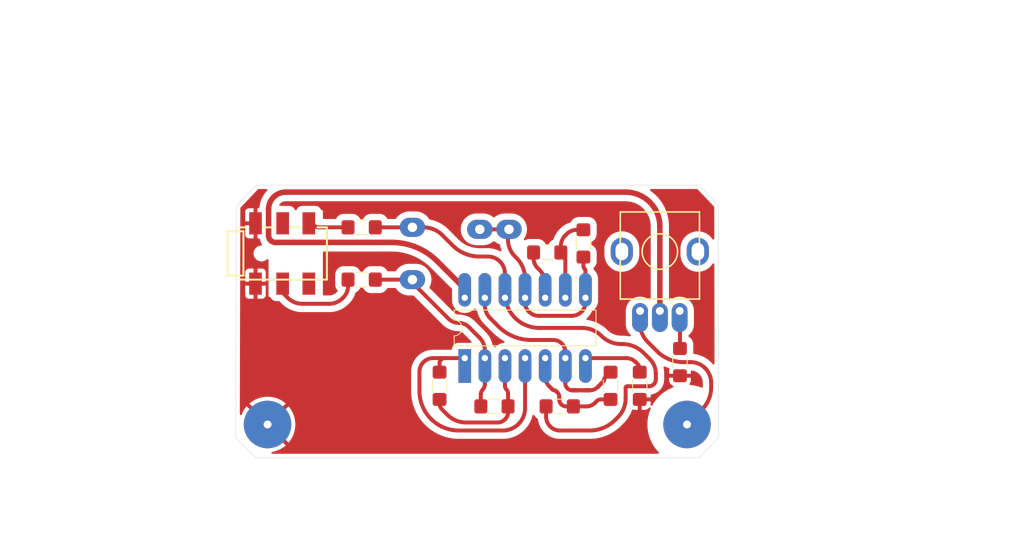
<source format=kicad_pcb>
(kicad_pcb (version 20240108) (generator "pcbnew") (generator_version "8.0")
  (layers (0 "F.Cu" signal) (31 "B.Cu" signal) (34 "B.Paste" user) (35 "F.Paste" user) (36 "B.SilkS" user "B.Silkscreen") (37 "F.SilkS" user "F.Silkscreen") (38 "B.Mask" user) (39 "F.Mask" user) (44 "Edge.Cuts" user))
  (net 0 "")
  (net 1 "Net-(C1-Pad2)")
  (net 2 "Net-(Pad1-Pin_1)")
  (net 3 "Net-(C2-Pad2)")
  (net 4 "Net-(C2-Pad1)")
  (net 5 "Net-(C3-Pad2)")
  (net 6 "Net-(Pad3-Pin_1)")
  (net 7 "Net-(C6-Pad2)")
  (net 8 "Net-(C7-Pad2)")
  (net 9 "GND")
  (net 10 "VCC")
  (net 11 "Net-(Pad2-Pin_1)")
  (net 12 "Net-(RV1-Pad2)")
  (net 13 "Net-(RV2-Pad2)")
  (net 14 "Net-(U1G-GND)")
  (net 15 "Net-(R3-Pad1)")
  (net 16 "Net-(U1G-VCC)")
  (footprint "007_dusjagr:AUDIO-JACK-3.5mm_SMD_Hole" (layer "F.Cu") (at 79.502 70.866)
    (property "Reference" "J1")
    (property "Value" "OutputJack1")
    (pad "" np_thru_hole circle (at 3.302 0) (size 1.5 1.5) (drill 1.5) (layers "F&B.Cu" "*.Mask"))
    (pad "" np_thru_hole circle (at 9.271 0) (size 1.5 1.5) (drill 1.5) (layers "F&B.Cu" "*.Mask"))
    (pad "1" smd rect (at 2.54 -3.81) (size 1.6 2.8) (layers "F.Cu" "F.Paste" "F.Mask") (net 9 "GND"))
    (pad "1" smd rect (at 2.54 3.81) (size 1.6 2.8) (layers "F.Cu" "F.Paste" "F.Mask") (net 9 "GND"))
    (pad "2" smd rect (at 9.271 -3.81) (size 1.6 2.8) (layers "F.Cu" "F.Paste" "F.Mask") (net 7 "Net-(C6-Pad2)"))
    (pad "2" smd rect (at 9.271 3.81) (size 1.6 2.8) (layers "F.Cu" "F.Paste" "F.Mask") (net 7 "Net-(C6-Pad2)"))
    (pad "3" smd rect (at 5.969 -3.81) (size 1.6 2.8) (layers "F.Cu" "F.Paste" "F.Mask") (net 8 "Net-(C7-Pad2)"))
    (pad "3" smd rect (at 5.969 3.81) (size 1.6 2.8) (layers "F.Cu" "F.Paste" "F.Mask") (net 8 "Net-(C7-Pad2)"))
    (zone (net 0) (net_name "") (layers "F.Cu" "F.SilkS") (name "noGND") (connect_pads (clearance 0)) (min_thickness 0.25)
      (keepout (tracks allowed) (vias allowed) (pads allowed) (copperpour not_allowed) (footprints allowed))
      (fill (thermal_gap 0.5) (thermal_bridge_width 0.5))
      (polygon (pts (xy 83.693 65.405) (xy 90.551 65.405) (xy 90.551 76.327) (xy 83.693 76.327)))
    )
  )
  (footprint "002_SolarPunkSynth_footprints:Piezo_glue" (layer "F.Cu") (at 85.09 82.042)
    (property "Reference" "P2" (hide yes))
    (property "Value" "PiezoDisc")
  )
  (footprint "002_SolarPunkSynth_footprints:SolderPad_small" (layer "F.Cu") (at 114.046 67.818)
    (property "Reference" "Pad2" (hide yes))
    (property "Value" "SP - b")
    (pad "1" thru_hole oval (at 0 0) (size 3.2 2.4) (drill 1.2) (layers "*.Cu" "*.Mask") (net 11 "Net-(Pad2-Pin_1)"))
  )
  (footprint "002_SolarPunkSynth_footprints:SolarPad_VCC" (layer "F.Cu") (at 83.566 92.456)
    (property "Reference" "J3" (hide yes))
    (property "Value" "Conn_01x01_Pin")
    (pad "1" thru_hole circle (at 0 0) (size 6 6) (drill 1) (layers "*.Cu" "*.Mask") (net 9 "GND"))
  )
  (footprint "002_SolarPunkSynth_footprints:SolderPad_small" (layer "F.Cu") (at 101.854 74.168)
    (property "Reference" "Pad1" (hide yes))
    (property "Value" "SP +")
    (pad "1" thru_hole oval (at 0 0) (size 3.2 2.4) (drill 1.2) (layers "*.Cu" "*.Mask") (net 2 "Net-(Pad1-Pin_1)"))
  )
  (footprint "002_SolarPunkSynth_footprints:RD901F-ALPHA-3D_longpads" (layer "F.Cu") (at 133.096 70.622)
    (property "Reference" "RV3" (hide yes))
    (property "Value" "100k")
    (pad "" thru_hole oval (at -4.8 0) (size 2.8 3.5) (drill oval 1.6 2.2) (layers "*.Cu" "*.Mask"))
    (pad "" thru_hole oval (at 4.8 0) (size 2.8 3.5) (drill oval 1.6 2.2) (layers "*.Cu" "*.Mask"))
    (pad "1" thru_hole oval (at 2.5 7.5) (size 2 3.66) (drill 1 (offset 0 0.83)) (layers "*.Cu" "*.Mask") (net 15 "Net-(R3-Pad1)"))
    (pad "2" thru_hole oval (at 0 7.5) (size 2 3.66) (drill 1 (offset 0 0.83)) (layers "*.Cu" "*.Mask") (net 16 "Net-(U1G-VCC)"))
    (pad "3" thru_hole oval (at -2.5 7.5) (size 2 3.66) (drill 1 (offset 0 0.83)) (layers "*.Cu" "*.Mask") (net 10 "VCC"))
  )
  (footprint "002_SolarPunkSynth_footprints:R_1206_noGND" (layer "F.Cu") (at 123.444 69.596 90)
    (property "Reference" "R1" (hide yes))
    (property "Value" "10k")
    (pad "1" smd roundrect (at -1.72 0 90) (size 1.64 1.75) (layers "F.Cu" "F.Paste" "F.Mask") (roundrect_rratio 0.192308) (net 11 "Net-(Pad2-Pin_1)"))
    (pad "2" smd roundrect (at 1.72 0 90) (size 1.64 1.75) (layers "F.Cu" "F.Paste" "F.Mask") (roundrect_rratio 0.192308) (net 3 "Net-(C2-Pad2)"))
    (zone (net 0) (net_name "") (layer "F.Cu") (name "noGND") (connect_pads (clearance 0)) (min_thickness 0.25)
      (keepout (tracks allowed) (vias allowed) (pads allowed) (copperpour not_allowed) (footprints allowed))
      (fill (thermal_gap 0.5) (thermal_bridge_width 0.5))
      (polygon (pts (xy 122.428 70.612) (xy 122.428 68.58) (xy 124.46 68.58) (xy 124.46 70.612)))
    )
  )
  (footprint "002_SolarPunkSynth_footprints:R_1206_noGND" (layer "F.Cu") (at 130.556 87.572 -90)
    (property "Reference" "R2" (hide yes))
    (property "Value" "10k")
    (pad "1" smd roundrect (at -1.72 0 270) (size 1.64 1.75) (layers "F.Cu" "F.Paste" "F.Mask") (roundrect_rratio 0.192308) (net 14 "Net-(U1G-GND)"))
    (pad "2" smd roundrect (at 1.72 0 270) (size 1.64 1.75) (layers "F.Cu" "F.Paste" "F.Mask") (roundrect_rratio 0.192308) (net 9 "GND"))
    (zone (net 0) (net_name "") (layer "F.Cu") (name "noGND") (connect_pads (clearance 0)) (min_thickness 0.25)
      (keepout (tracks allowed) (vias allowed) (pads allowed) (copperpour not_allowed) (footprints allowed))
      (fill (thermal_gap 0.5) (thermal_bridge_width 0.5))
      (polygon (pts (xy 131.572 86.556) (xy 131.572 88.588) (xy 129.54 88.588) (xy 129.54 86.556)))
    )
  )
  (footprint "002_SolarPunkSynth_footprints:R_1206_noGND" (layer "F.Cu") (at 135.636 84.582 -90)
    (property "Reference" "R3" (hide yes))
    (property "Value" "22k")
    (pad "1" smd roundrect (at -1.72 0 270) (size 1.64 1.75) (layers "F.Cu" "F.Paste" "F.Mask") (roundrect_rratio 0.192308) (net 15 "Net-(R3-Pad1)"))
    (pad "2" smd roundrect (at 1.72 0 270) (size 1.64 1.75) (layers "F.Cu" "F.Paste" "F.Mask") (roundrect_rratio 0.192308) (net 9 "GND"))
    (zone (net 0) (net_name "") (layer "F.Cu") (name "noGND") (connect_pads (clearance 0)) (min_thickness 0.25)
      (keepout (tracks allowed) (vias allowed) (pads allowed) (copperpour not_allowed) (footprints allowed))
      (fill (thermal_gap 0.5) (thermal_bridge_width 0.5))
      (polygon (pts (xy 136.652 83.566) (xy 136.652 85.598) (xy 134.62 85.598) (xy 134.62 83.566)))
    )
  )
  (footprint "002_SolarPunkSynth_footprints:C_1210_noGND" (layer "F.Cu") (at 95.446 74.168 180)
    (property "Reference" "C7" (hide yes))
    (property "Value" "100nF")
    (pad "1" smd roundrect (at -1.72 0 180) (size 1.64 1.8) (layers "F.Cu" "F.Paste" "F.Mask") (roundrect_rratio 0.188679) (net 2 "Net-(Pad1-Pin_1)"))
    (pad "2" smd roundrect (at 1.72 0 180) (size 1.64 1.8) (layers "F.Cu" "F.Paste" "F.Mask") (roundrect_rratio 0.188679) (net 8 "Net-(C7-Pad2)"))
    (zone (net 0) (net_name "") (layer "F.Cu") (connect_pads (clearance 0)) (min_thickness 0.25)
      (keepout (tracks allowed) (vias allowed) (pads allowed) (copperpour not_allowed) (footprints allowed))
      (fill (thermal_gap 0.5) (thermal_bridge_width 0.5))
      (polygon (pts (xy 96.462 75.184) (xy 94.43 75.184) (xy 94.43 73.152) (xy 96.462 73.152)))
    )
  )
  (footprint "002_SolarPunkSynth_footprints:SolarPad_VCC" (layer "F.Cu") (at 136.525 92.456)
    (property "Reference" "J2" (hide yes))
    (property "Value" "Conn_01x01_Pin")
    (pad "1" thru_hole circle (at 0 0) (size 6 6) (drill 1) (layers "*.Cu" "*.Mask") (net 10 "VCC"))
  )
  (footprint "002_SolarPunkSynth_footprints:C_1210_noGND" (layer "F.Cu") (at 120.454 90.17)
    (property "Reference" "C3" (hide yes))
    (property "Value" "1-10uF")
    (pad "1" smd roundrect (at -1.72 0) (size 1.64 1.8) (layers "F.Cu" "F.Paste" "F.Mask") (roundrect_rratio 0.188679) (net 6 "Net-(Pad3-Pin_1)"))
    (pad "2" smd roundrect (at 1.72 0) (size 1.64 1.8) (layers "F.Cu" "F.Paste" "F.Mask") (roundrect_rratio 0.188679) (net 5 "Net-(C3-Pad2)"))
    (zone (net 0) (net_name "") (layer "F.Cu") (connect_pads (clearance 0)) (min_thickness 0.25)
      (keepout (tracks allowed) (vias allowed) (pads allowed) (copperpour not_allowed) (footprints allowed))
      (fill (thermal_gap 0.5) (thermal_bridge_width 0.5))
      (polygon (pts (xy 119.438 89.154) (xy 121.47 89.154) (xy 121.47 91.186) (xy 119.438 91.186)))
    )
  )
  (footprint "002_SolarPunkSynth_footprints:C_1210_noGND" (layer "F.Cu") (at 118.872 70.739)
    (property "Reference" "C2" (hide yes))
    (property "Value" "1-10uF")
    (pad "1" smd roundrect (at -1.72 0) (size 1.64 1.8) (layers "F.Cu" "F.Paste" "F.Mask") (roundrect_rratio 0.188679) (net 4 "Net-(C2-Pad1)"))
    (pad "2" smd roundrect (at 1.72 0) (size 1.64 1.8) (layers "F.Cu" "F.Paste" "F.Mask") (roundrect_rratio 0.188679) (net 3 "Net-(C2-Pad2)"))
    (zone (net 0) (net_name "") (layer "F.Cu") (connect_pads (clearance 0)) (min_thickness 0.25)
      (keepout (tracks allowed) (vias allowed) (pads allowed) (copperpour not_allowed) (footprints allowed))
      (fill (thermal_gap 0.5) (thermal_bridge_width 0.5))
      (polygon (pts (xy 117.856 69.723) (xy 119.888 69.723) (xy 119.888 71.755) (xy 117.856 71.755)))
    )
  )
  (footprint "002_SolarPunkSynth_footprints:R_1206_noGND" (layer "F.Cu") (at 126.873 87.572 90)
    (property "Reference" "RV2" (hide yes))
    (property "Value" "100k")
    (pad "1" smd roundrect (at -1.72 0 90) (size 1.64 1.75) (layers "F.Cu" "F.Paste" "F.Mask") (roundrect_rratio 0.192308) (net 5 "Net-(C3-Pad2)"))
    (pad "2" smd roundrect (at 1.72 0 90) (size 1.64 1.75) (layers "F.Cu" "F.Paste" "F.Mask") (roundrect_rratio 0.192308) (net 13 "Net-(RV2-Pad2)"))
    (zone (net 0) (net_name "") (layer "F.Cu") (name "noGND") (connect_pads (clearance 0)) (min_thickness 0.25)
      (keepout (tracks allowed) (vias allowed) (pads allowed) (copperpour not_allowed) (footprints allowed))
      (fill (thermal_gap 0.5) (thermal_bridge_width 0.5))
      (polygon (pts (xy 125.857 88.588) (xy 125.857 86.556) (xy 127.889 86.556) (xy 127.889 88.588)))
    )
  )
  (footprint "002_SolarPunkSynth_footprints:SolderPad_small" (layer "F.Cu") (at 101.854 67.564)
    (property "Reference" "Pad3" (hide yes))
    (property "Value" "SP +")
    (pad "1" thru_hole oval (at 0 0) (size 3.2 2.4) (drill 1.2) (layers "*.Cu" "*.Mask") (net 6 "Net-(Pad3-Pin_1)"))
  )
  (footprint "002_SolarPunkSynth_footprints:C_1210_noGND" (layer "F.Cu") (at 112.21 90.17)
    (property "Reference" "C1" (hide yes))
    (property "Value" "1-10uF")
    (pad "1" smd roundrect (at -1.72 0) (size 1.64 1.8) (layers "F.Cu" "F.Paste" "F.Mask") (roundrect_rratio 0.188679) (net 2 "Net-(Pad1-Pin_1)"))
    (pad "2" smd roundrect (at 1.72 0) (size 1.64 1.8) (layers "F.Cu" "F.Paste" "F.Mask") (roundrect_rratio 0.188679) (net 1 "Net-(C1-Pad2)"))
    (zone (net 0) (net_name "") (layer "F.Cu") (connect_pads (clearance 0)) (min_thickness 0.25)
      (keepout (tracks allowed) (vias allowed) (pads allowed) (copperpour not_allowed) (footprints allowed))
      (fill (thermal_gap 0.5) (thermal_bridge_width 0.5))
      (polygon (pts (xy 111.194 89.154) (xy 113.226 89.154) (xy 113.226 91.186) (xy 111.194 91.186)))
    )
  )
  (footprint "002_SolarPunkSynth_footprints:DIP-14_W7.62mm_LongerPads" (layer "F.Cu") (at 108.458 84.074 90)
    (property "Reference" "U1" (hide yes))
    (property "Value" "74HC14")
    (pad "1" thru_hole rect (at 0 0 90) (size 4.248 1.6) (drill 0.8 (offset -1 0)) (layers "*.Cu" "*.Mask") (net 12 "Net-(RV1-Pad2)"))
    (pad "2" thru_hole oval (at 0 2.54 90) (size 4.248 1.6) (drill 0.8 (offset -1 0)) (layers "*.Cu" "*.Mask") (net 2 "Net-(Pad1-Pin_1)"))
    (pad "3" thru_hole oval (at 0 5.08 90) (size 4.248 1.6) (drill 0.8 (offset -1 0)) (layers "*.Cu" "*.Mask") (net 1 "Net-(C1-Pad2)"))
    (pad "4" thru_hole oval (at 0 7.62 90) (size 4.248 1.6) (drill 0.8 (offset -1 0)) (layers "*.Cu" "*.Mask") (net 12 "Net-(RV1-Pad2)"))
    (pad "5" thru_hole oval (at 0 10.16 90) (size 4.248 1.6) (drill 0.8 (offset -1 0)) (layers "*.Cu" "*.Mask") (net 5 "Net-(C3-Pad2)"))
    (pad "6" thru_hole oval (at 0 12.7 90) (size 4.248 1.6) (drill 0.8 (offset -1 0)) (layers "*.Cu" "*.Mask") (net 13 "Net-(RV2-Pad2)"))
    (pad "7" thru_hole oval (at 0 15.24 90) (size 4.248 1.6) (drill 0.8 (offset -1 0)) (layers "*.Cu" "*.Mask") (net 14 "Net-(U1G-GND)"))
    (pad "8" thru_hole oval (at 7.62 15.24 90) (size 4.248 1.6) (drill 0.8 (offset 1 0)) (layers "*.Cu" "*.Mask") (net 11 "Net-(Pad2-Pin_1)"))
    (pad "9" thru_hole oval (at 7.62 12.7 90) (size 4.248 1.6) (drill 0.8 (offset 1 0)) (layers "*.Cu" "*.Mask") (net 3 "Net-(C2-Pad2)"))
    (pad "10" thru_hole oval (at 7.62 10.16 90) (size 4.248 1.6) (drill 0.8 (offset 1 0)) (layers "*.Cu" "*.Mask") (net 4 "Net-(C2-Pad1)"))
    (pad "11" thru_hole oval (at 7.62 7.62 90) (size 4.248 1.6) (drill 0.8 (offset 1 0)) (layers "*.Cu" "*.Mask") (net 11 "Net-(Pad2-Pin_1)"))
    (pad "12" thru_hole oval (at 7.62 5.08 90) (size 4.248 1.6) (drill 0.8 (offset 1 0)) (layers "*.Cu" "*.Mask") (net 6 "Net-(Pad3-Pin_1)"))
    (pad "13" thru_hole oval (at 7.62 2.54 90) (size 4.248 1.6) (drill 0.8 (offset 1 0)) (layers "*.Cu" "*.Mask") (net 13 "Net-(RV2-Pad2)"))
    (pad "14" thru_hole oval (at 7.62 0 90) (size 4.248 1.6) (drill 0.8 (offset 1 0)) (layers "*.Cu" "*.Mask") (net 16 "Net-(U1G-VCC)"))
  )
  (footprint "002_SolarPunkSynth_footprints:R_1206_noGND" (layer "F.Cu") (at 105.283 87.572 90)
    (property "Reference" "RV1" (hide yes))
    (property "Value" "100k")
    (pad "1" smd roundrect (at -1.72 0 90) (size 1.64 1.75) (layers "F.Cu" "F.Paste" "F.Mask") (roundrect_rratio 0.192308) (net 1 "Net-(C1-Pad2)"))
    (pad "2" smd roundrect (at 1.72 0 90) (size 1.64 1.75) (layers "F.Cu" "F.Paste" "F.Mask") (roundrect_rratio 0.192308) (net 12 "Net-(RV1-Pad2)"))
    (zone (net 0) (net_name "") (layer "F.Cu") (name "noGND") (connect_pads (clearance 0)) (min_thickness 0.25)
      (keepout (tracks allowed) (vias allowed) (pads allowed) (copperpour not_allowed) (footprints allowed))
      (fill (thermal_gap 0.5) (thermal_bridge_width 0.5))
      (polygon (pts (xy 104.267 88.588) (xy 104.267 86.556) (xy 106.299 86.556) (xy 106.299 88.588)))
    )
  )
  (footprint "002_SolarPunkSynth_footprints:SolderPad_small" (layer "F.Cu") (at 110.363 67.818)
    (property "Reference" "Pad4" (hide yes))
    (property "Value" "SP - b")
    (pad "1" thru_hole oval (at 0 0) (size 3.2 2.4) (drill 1.2) (layers "*.Cu" "*.Mask") (net 11 "Net-(Pad2-Pin_1)"))
  )
  (footprint "002_SolarPunkSynth_footprints:C_1210_noGND" (layer "F.Cu") (at 95.446 67.564 180)
    (property "Reference" "C6" (hide yes))
    (property "Value" "100nF")
    (pad "1" smd roundrect (at -1.72 0 180) (size 1.64 1.8) (layers "F.Cu" "F.Paste" "F.Mask") (roundrect_rratio 0.188679) (net 6 "Net-(Pad3-Pin_1)"))
    (pad "2" smd roundrect (at 1.72 0 180) (size 1.64 1.8) (layers "F.Cu" "F.Paste" "F.Mask") (roundrect_rratio 0.188679) (net 7 "Net-(C6-Pad2)"))
    (zone (net 0) (net_name "") (layer "F.Cu") (connect_pads (clearance 0)) (min_thickness 0.25)
      (keepout (tracks allowed) (vias allowed) (pads allowed) (copperpour not_allowed) (footprints allowed))
      (fill (thermal_gap 0.5) (thermal_bridge_width 0.5))
      (polygon (pts (xy 96.462 68.58) (xy 94.43 68.58) (xy 94.43 66.548) (xy 96.462 66.548)))
    )
  )
  (footprint "002_SolarPunkSynth_footprints:Piezo_glue" (layer "F.Cu") (at 85.217 82.042)
    (property "Reference" "P1" (hide yes))
    (property "Value" "PiezoDisc")
  )
  (gr_line (start 82.169 62.23) (end 138.049 62.23) (stroke (width 0.05)) (layer "Edge.Cuts"))
  (gr_line (start 140.515 94.112) (end 138.0399 96.652) (stroke (width 0.05)) (layer "Edge.Cuts"))
  (gr_line (start 138.0399 96.652) (end 82.0685 96.652) (stroke (width 0.05)) (layer "Edge.Cuts"))
  (gr_line (start 140.462 64.77) (end 140.515 94.112) (stroke (width 0.05)) (layer "Edge.Cuts"))
  (gr_line (start 138.049 62.23) (end 140.462 64.77) (stroke (width 0.05)) (layer "Edge.Cuts"))
  (gr_line (start 79.555 94.112) (end 79.629 64.897) (stroke (width 0.05)) (layer "Edge.Cuts"))
  (gr_line (start 79.629 64.897) (end 82.169 62.23) (stroke (width 0.05)) (layer "Edge.Cuts"))
  (gr_line (start 82.0685 96.652) (end 79.555 94.112) (stroke (width 0.05)) (layer "Edge.Cuts"))
  (segment (start 112.610406 92.202) (end 108.613947 92.202) (width 0.5) (layer "F.Cu") (net 1))
  (segment (start 105.621978 90.589754) (end 106.258612 91.226388) (width 0.5) (layer "F.Cu") (net 1))
  (segment (start 113.93 90.851315) (end 113.93 90.872042) (width 0.5) (layer "F.Cu") (net 1))
  (segment (start 113.93 90.872042) (end 113.93 90.882406) (width 0.5) (layer "F.Cu") (net 1))
  (segment (start 113.538 87.583628) (end 113.538 84.074) (width 0.5) (layer "F.Cu") (net 1))
  (segment (start 113.93 90.851315) (end 113.93 90.652515) (width 0.5) (layer "F.Cu") (net 1))
  (segment (start 113.93 88.529999) (end 113.93 90.234187) (width 0.5) (layer "F.Cu") (net 1))
  (segment (start 105.283 89.771388) (end 105.283 89.292) (width 0.5) (layer "F.Cu") (net 1))
  (segment (start 113.93 90.234187) (end 113.93 90.652515) (width 0.5) (layer "F.Cu") (net 1))
  (arc (start 113.93 90.882406) (mid 113.829551 91.387392) (end 113.5435 91.8155) (width 0.5) (layer "F.Cu") (net 1))
  (arc (start 106.258612 91.226388) (mid 107.339249 91.948446) (end 108.613947 92.202) (width 0.5) (layer "F.Cu") (net 1))
  (arc (start 113.93 88.529999) (mid 113.879061 88.273913) (end 113.734 88.056814) (width 0.5) (layer "F.Cu") (net 1))
  (arc (start 112.610406 92.202) (mid 113.115392 92.101551) (end 113.5435 91.8155) (width 0.5) (layer "F.Cu") (net 1))
  (arc (start 113.538 87.583628) (mid 113.588938 87.839714) (end 113.734 88.056814) (width 0.5) (layer "F.Cu") (net 1))
  (arc (start 105.283 89.771388) (mid 105.371097 90.214284) (end 105.621978 90.589754) (width 0.5) (layer "F.Cu") (net 1))
  (segment (start 110.998 83.643885) (end 110.998 83.670674) (width 0.5) (layer "F.Cu") (net 2))
  (segment (start 110.998 83.77783) (end 110.998 83.697463) (width 0.5) (layer "F.Cu") (net 2))
  (segment (start 110.998 83.215261) (end 110.998 83.24205) (width 0.5) (layer "F.Cu") (net 2))
  (segment (start 110.998 83.134894) (end 110.998 83.161683) (width 0.5) (layer "F.Cu") (net 2))
  (segment (start 110.32448 81.49548) (end 108.996815 80.167815) (width 0.5) (layer "F.Cu") (net 2))
  (segment (start 110.998 83.282234) (end 110.998 83.38939) (width 0.5) (layer "F.Cu") (net 2))
  (segment (start 110.998 83.188472) (end 110.998 83.215261) (width 0.5) (layer "F.Cu") (net 2))
  (segment (start 110.998 84.19306) (end 110.998 84.621685) (width 0.5) (layer "F.Cu") (net 2))
  (segment (start 110.998 83.496546) (end 110.998 83.603702) (width 0.5) (layer "F.Cu") (net 2))
  (segment (start 110.998 83.603702) (end 110.998 83.643885) (width 0.5) (layer "F.Cu") (net 2))
  (segment (start 110.998 83.282234) (end 110.998 83.24205) (width 0.5) (layer "F.Cu") (net 2))
  (segment (start 110.998 83.77783) (end 110.998 83.911775) (width 0.5) (layer "F.Cu") (net 2))
  (segment (start 110.49 88.645999) (end 110.49 90.17) (width 0.5) (layer "F.Cu") (net 2))
  (segment (start 101.988703 74.683703) (end 106.395184 79.090184) (width 0.5) (layer "F.Cu") (net 2))
  (segment (start 110.998 83.911775) (end 110.998 84.04572) (width 0.5) (layer "F.Cu") (net 2))
  (segment (start 110.998 83.134894) (end 110.998 83.1215) (width 0.5) (layer "F.Cu") (net 2))
  (segment (start 110.998 83.670674) (end 110.998 83.697463) (width 0.5) (layer "F.Cu") (net 2))
  (segment (start 110.998 83.188472) (end 110.998 83.161683) (width 0.5) (layer "F.Cu") (net 2))
  (segment (start 110.998 87.419578) (end 110.998 84.621685) (width 0.5) (layer "F.Cu") (net 2))
  (segment (start 110.998 83.38939) (end 110.998 83.496546) (width 0.5) (layer "F.Cu") (net 2))
  (segment (start 110.998 84.04572) (end 110.998 84.19306) (width 0.5) (layer "F.Cu") (net 2))
  (segment (start 101.6635 74.168) (end 97.166 74.168) (width 0.5) (layer "F.Cu") (net 2))
  (arc (start 110.744 88.032789) (mid 110.556012 88.314132) (end 110.49 88.645999) (width 0.5) (layer "F.Cu") (net 2))
  (arc (start 107.696 79.629) (mid 106.992003 79.488966) (end 106.395184 79.090184) (width 0.5) (layer "F.Cu") (net 2))
  (arc (start 110.32448 81.49548) (mid 110.822957 82.241504) (end 110.998 83.1215) (width 0.5) (layer "F.Cu") (net 2))
  (arc (start 101.854 74.3585) (mid 101.798203 74.223796) (end 101.6635 74.168) (width 0.5) (layer "F.Cu") (net 2))
  (arc (start 110.744 88.032789) (mid 110.931987 87.751445) (end 110.998 87.419578) (width 0.5) (layer "F.Cu") (net 2))
  (arc (start 107.696 79.629) (mid 108.399996 79.769033) (end 108.996815 80.167815) (width 0.5) (layer "F.Cu") (net 2))
  (arc (start 101.988703 74.683703) (mid 101.889008 74.534498) (end 101.854 74.3585) (width 0.5) (layer "F.Cu") (net 2))
  (segment (start 121.158 71.705222) (end 121.158 76.454) (width 0.5) (layer "F.Cu") (net 3))
  (segment (start 122.653 67.876) (end 123.444 67.876) (width 0.5) (layer "F.Cu") (net 3))
  (segment (start 121.302678 68.435321) (end 121.15521 68.582789) (width 0.5) (layer "F.Cu") (net 3))
  (segment (start 120.592 69.9425) (end 120.592 70.338777) (width 0.5) (layer "F.Cu") (net 3))
  (arc (start 121.158 71.705222) (mid 121.08445 71.335465) (end 120.875 71.022) (width 0.5) (layer "F.Cu") (net 3))
  (arc (start 121.302678 68.435321) (mid 121.922211 68.021362) (end 122.653 67.876) (width 0.5) (layer "F.Cu") (net 3))
  (arc (start 121.15521 68.582789) (mid 120.738373 69.206629) (end 120.592 69.9425) (width 0.5) (layer "F.Cu") (net 3))
  (arc (start 120.592 70.338777) (mid 120.665549 70.708534) (end 120.875 71.022) (width 0.5) (layer "F.Cu") (net 3))
  (segment (start 118.647 76.425) (end 118.6325 76.4395) (width 0.5) (layer "F.Cu") (net 4))
  (segment (start 117.885 72.927) (end 117.66642 72.70842) (width 0.5) (layer "F.Cu") (net 4))
  (segment (start 118.618 74.696618) (end 118.618 76.433493) (width 0.5) (layer "F.Cu") (net 4))
  (segment (start 117.152 71.4665) (end 117.152 70.739) (width 0.5) (layer "F.Cu") (net 4))
  (arc (start 118.647 76.425) (mid 118.668463 76.392877) (end 118.676 76.354987) (width 0.5) (layer "F.Cu") (net 4))
  (arc (start 117.152 71.4665) (mid 117.285693 72.138622) (end 117.66642 72.70842) (width 0.5) (layer "F.Cu") (net 4))
  (arc (start 117.885 72.927) (mid 118.427499 73.738907) (end 118.618 74.696618) (width 0.5) (layer "F.Cu") (net 4))
  (arc (start 118.6325 76.4395) (mid 118.623243 76.44134) (end 118.618 76.433493) (width 0.5) (layer "F.Cu") (net 4))
  (segment (start 124.899 89.731) (end 125.1185 89.5115) (width 0.5) (layer "F.Cu") (net 5))
  (segment (start 119.126 87.63) (end 119.544197 88.048197) (width 0.5) (layer "F.Cu") (net 5))
  (segment (start 123.83916 90.17) (end 122.174 90.17) (width 0.5) (layer "F.Cu") (net 5))
  (segment (start 121.26321 90.17) (end 122.174 90.17) (width 0.5) (layer "F.Cu") (net 5))
  (segment (start 119.977802 88.227802) (end 120.142 88.392) (width 0.5) (layer "F.Cu") (net 5))
  (segment (start 118.618 86.403579) (end 118.618 84.074) (width 0.5) (layer "F.Cu") (net 5))
  (segment (start 120.396 89.00521) (end 120.396 89.302789) (width 0.5) (layer "F.Cu") (net 5))
  (segment (start 125.648419 89.292) (end 126.873 89.292) (width 0.5) (layer "F.Cu") (net 5))
  (arc (start 119.544197 88.048197) (mid 119.643667 88.11466) (end 119.761 88.138) (width 0.5) (layer "F.Cu") (net 5))
  (arc (start 119.977802 88.227802) (mid 119.878332 88.161338) (end 119.761 88.138) (width 0.5) (layer "F.Cu") (net 5))
  (arc (start 121.26321 90.17) (mid 120.931343 90.103987) (end 120.65 89.916) (width 0.5) (layer "F.Cu") (net 5))
  (arc (start 120.396 89.302789) (mid 120.462012 89.634656) (end 120.65 89.916) (width 0.5) (layer "F.Cu") (net 5))
  (arc (start 123.83916 90.17) (mid 124.412741 90.055907) (end 124.899 89.731) (width 0.5) (layer "F.Cu") (net 5))
  (arc (start 125.648419 89.292) (mid 125.361629 89.349046) (end 125.1185 89.5115) (width 0.5) (layer "F.Cu") (net 5))
  (arc (start 120.396 89.00521) (mid 120.329987 88.673343) (end 120.142 88.392) (width 0.5) (layer "F.Cu") (net 5))
  (arc (start 119.126 87.63) (mid 118.750024 87.067313) (end 118.618 86.403579) (width 0.5) (layer "F.Cu") (net 5))
  (segment (start 128.778 87.846802) (end 128.778 89.154) (width 0.5) (layer "F.Cu") (net 6))
  (segment (start 103.251 67.564) (end 96.774 67.564) (width 0.5) (layer "F.Cu") (net 6))
  (segment (start 131.720789 87.63) (end 128.994802 87.63) (width 0.5) (layer "F.Cu") (net 6))
  (segment (start 128.18284 82.296) (end 128.3335 82.296) (width 0.5) (layer "F.Cu") (net 6))
  (segment (start 106.93906 69.85506) (end 105.635828 68.551828) (width 0.5) (layer "F.Cu") (net 6))
  (segment (start 113.538 73.415025) (end 113.538 75.927948) (width 0.5) (layer "F.Cu") (net 6))
  (segment (start 131.043532 83.418532) (end 131.824678 84.199678) (width 0.5) (layer "F.Cu") (net 6))
  (segment (start 120.487198 93.218) (end 124.225146 93.218) (width 0.5) (layer "F.Cu") (net 6))
  (segment (start 111.369974 71.247) (end 110.2995 71.247) (width 0.5) (layer "F.Cu") (net 6))
  (segment (start 117.874051 80.264) (end 123.277159 80.264) (width 0.5) (layer "F.Cu") (net 6))
  (segment (start 132.588 86.762789) (end 132.588 86.0425) (width 0.5) (layer "F.Cu") (net 6))
  (segment (start 127.790171 91.538828) (end 127.444499 91.884499) (width 0.5) (layer "F.Cu") (net 6))
  (segment (start 118.734 91.464801) (end 118.734 90.17) (width 0.5) (layer "F.Cu") (net 6))
  (arc (start 128.8415 87.6935) (mid 128.911835 87.646503) (end 128.994802 87.63) (width 0.5) (layer "F.Cu") (net 6))
  (arc (start 127.790171 91.538828) (mid 128.521271 90.444659) (end 128.778 89.154) (width 0.5) (layer "F.Cu") (net 6))
  (arc (start 103.251 67.564) (mid 104.541659 67.820728) (end 105.635828 68.551828) (width 0.5) (layer "F.Cu") (net 6))
  (arc (start 128.8415 87.6935) (mid 128.794503 87.763835) (end 128.778 87.846802) (width 0.5) (layer "F.Cu") (net 6))
  (arc (start 113.538 73.415025) (mid 113.372968 72.585357) (end 112.903 71.882) (width 0.5) (layer "F.Cu") (net 6))
  (arc (start 128.3335 82.296) (mid 129.800158 82.587736) (end 131.043532 83.418532) (width 0.5) (layer "F.Cu") (net 6))
  (arc (start 132.588 86.0425) (mid 132.389619 85.045171) (end 131.824678 84.199678) (width 0.5) (layer "F.Cu") (net 6))
  (arc (start 128.18284 82.296) (mid 126.855372 82.03195) (end 125.73 81.28) (width 0.5) (layer "F.Cu") (net 6))
  (arc (start 106.93906 69.85506) (mid 108.480843 70.885246) (end 110.2995 71.247) (width 0.5) (layer "F.Cu") (net 6))
  (arc (start 118.734 91.464801) (mid 118.867454 92.135721) (end 119.2475 92.7045) (width 0.5) (layer "F.Cu") (net 6))
  (arc (start 123.277159 80.264) (mid 124.604626 80.528049) (end 125.73 81.28) (width 0.5) (layer "F.Cu") (net 6))
  (arc (start 111.369974 71.247) (mid 112.199641 71.412031) (end 112.903 71.882) (width 0.5) (layer "F.Cu") (net 6))
  (arc (start 132.334 87.376) (mid 132.052656 87.563987) (end 131.720789 87.63) (width 0.5) (layer "F.Cu") (net 6))
  (arc (start 132.334 87.376) (mid 132.521987 87.094656) (end 132.588 86.762789) (width 0.5) (layer "F.Cu") (net 6))
  (arc (start 117.874051 80.264) (mid 116.214716 79.933937) (end 114.808 78.994) (width 0.5) (layer "F.Cu") (net 6))
  (arc (start 120.487198 93.218) (mid 119.816278 93.084545) (end 119.2475 92.7045) (width 0.5) (layer "F.Cu") (net 6))
  (arc (start 114.808 78.994) (mid 113.868062 77.587283) (end 113.538 75.927948) (width 0.5) (layer "F.Cu") (net 6))
  (arc (start 127.444499 91.884499) (mid 125.967447 92.871434) (end 124.225146 93.218) (width 0.5) (layer "F.Cu") (net 6))
  (segment (start 89.408 67.31) (end 89.154 67.056) (width 0.5) (layer "F.Cu") (net 7))
  (segment (start 90.02121 67.564) (end 93.334 67.564) (width 0.5) (layer "F.Cu") (net 7))
  (arc (start 89.408 67.31) (mid 89.689343 67.497987) (end 90.02121 67.564) (width 0.5) (layer "F.Cu") (net 7))
  (segment (start 86.106 76.454) (end 85.70321 76.05121) (width 0.5) (layer "F.Cu") (net 8))
  (segment (start 93.726 74.9935) (end 93.726 74.168) (width 0.5) (layer "F.Cu") (net 8))
  (segment (start 85.344 75.184) (end 85.344 74.676) (width 0.5) (layer "F.Cu") (net 8))
  (segment (start 93.027499 76.517499) (end 93.142283 76.402716) (width 0.5) (layer "F.Cu") (net 8))
  (segment (start 87.94563 77.216) (end 91.341171 77.216) (width 0.5) (layer "F.Cu") (net 8))
  (arc (start 93.027499 76.517499) (mid 92.253805 77.034465) (end 91.341171 77.216) (width 0.5) (layer "F.Cu") (net 8))
  (arc (start 85.344 75.184) (mid 85.437355 75.65333) (end 85.70321 76.05121) (width 0.5) (layer "F.Cu") (net 8))
  (arc (start 86.106 76.454) (mid 86.950029 77.017962) (end 87.94563 77.216) (width 0.5) (layer "F.Cu") (net 8))
  (arc (start 93.142283 76.402716) (mid 93.574296 75.756162) (end 93.726 74.9935) (width 0.5) (layer "F.Cu") (net 8))
  (segment (start 130.556 79.594) (end 130.556 78.190284) (width 0.5) (layer "F.Cu") (net 10))
  (segment (start 138.405566 90.575433) (end 136.525 92.456) (width 0.5) (layer "F.Cu") (net 10))
  (segment (start 136.971369 84.582) (end 136.0805 84.582) (width 0.5) (layer "F.Cu") (net 10))
  (segment (start 139.573 87.18363) (end 139.573 87.757) (width 0.5) (layer "F.Cu") (net 10))
  (segment (start 132.72006 83.19006) (end 131.568576 82.038576) (width 0.5) (layer "F.Cu") (net 10))
  (segment (start 130.576 78.142) (end 130.596 78.122) (width 0.5) (layer "F.Cu") (net 10))
  (arc (start 136.971369 84.582) (mid 137.96697 84.780037) (end 138.811 85.344) (width 0.5) (layer "F.Cu") (net 10))
  (arc (start 130.556 79.594) (mid 130.819159 80.916995) (end 131.568576 82.038576) (width 0.5) (layer "F.Cu") (net 10))
  (arc (start 130.556 78.190284) (mid 130.561197 78.164152) (end 130.576 78.142) (width 0.5) (layer "F.Cu") (net 10))
  (arc (start 132.72006 83.19006) (mid 134.261843 84.220246) (end 136.0805 84.582) (width 0.5) (layer "F.Cu") (net 10))
  (arc (start 139.573 87.18363) (mid 139.374962 86.188029) (end 138.811 85.344) (width 0.5) (layer "F.Cu") (net 10))
  (arc (start 138.405566 90.575433) (mid 139.269593 89.282325) (end 139.573 87.757) (width 0.5) (layer "F.Cu") (net 10))
  (segment (start 116.078 75.778485) (end 116.078 75.660249) (width 0.5) (layer "F.Cu") (net 11))
  (segment (start 116.078 76.755499) (end 116.078 76.844796) (width 0.5) (layer "F.Cu") (net 11))
  (segment (start 123.444 72.464394) (end 123.444 71.316) (width 0.5) (layer "F.Cu") (net 11))
  (segment (start 116.078 76.251137) (end 116.078 76.285947) (width 0.5) (layer "F.Cu") (net 11))
  (segment (start 113.919 67.818) (end 113.919 69.088) (width 0.5) (layer "F.Cu") (net 11))
  (segment (start 116.078 75.439823) (end 116.078 75.465783) (width 0.5) (layer "F.Cu") (net 11))
  (segment (start 123.698 73.077605) (end 123.698 76.454) (width 0.5) (layer "F.Cu") (net 11))
  (segment (start 116.078 76.707503) (end 116.078 76.754673) (width 0.5) (layer "F.Cu") (net 11))
  (segment (start 116.078 77.01752) (end 116.078 77.041415) (width 0.5) (layer "F.Cu") (net 11))
  (segment (start 116.078 74.902212) (end 116.078 75.090069) (width 0.5) (layer "F.Cu") (net 11))
  (segment (start 116.078 74.168369) (end 116.078 74.204005) (width 0.5) (layer "F.Cu") (net 11))
  (segment (start 123.248987 78.173012) (end 123.189999 78.231999) (width 0.5) (layer "F.Cu") (net 11))
  (segment (start 116.078 77.059234) (end 116.078 77.079078) (width 0.5) (layer "F.Cu") (net 11))
  (segment (start 116.078 76.063576) (end 116.078 76.112192) (width 0.5) (layer "F.Cu") (net 11))
  (segment (start 116.078 76.993625) (end 116.078 77.01752) (width 0.5) (layer "F.Cu") (net 11))
  (segment (start 116.078 74.542547) (end 116.078 74.685092) (width 0.5) (layer "F.Cu") (net 11))
  (segment (start 116.078 76.112192) (end 116.078 76.160808) (width 0.5) (layer "F.Cu") (net 11))
  (segment (start 117.81242 78.74) (end 121.963579 78.74) (width 0.5) (layer "F.Cu") (net 11))
  (segment (start 116.078 74.132733) (end 116.078 74.168369) (width 0.5) (layer "F.Cu") (net 11))
  (segment (start 116.078 74.097097) (end 116.078 74.132733) (width 0.5) (layer "F.Cu") (net 11))
  (segment (start 116.078 76.844796) (end 116.078 76.856951) (width 0.5) (layer "F.Cu") (net 11))
  (segment (start 116.078 74.902212) (end 116.078 74.827637) (width 0.5) (layer "F.Cu") (net 11))
  (segment (start 116.078 76.898665) (end 116.078 76.869106) (width 0.5) (layer "F.Cu") (net 11))
  (segment (start 116.078 77.089) (end 116.078 77.079078) (width 0.5) (layer "F.Cu") (net 11))
  (segment (start 116.078 76.969937) (end 116.078 76.993625) (width 0.5) (layer "F.Cu") (net 11))
  (segment (start 116.078 74.061461) (end 116.078 74.043643) (width 0.5) (layer "F.Cu") (net 11))
  (segment (start 116.078 74.257459) (end 116.078 74.400003) (width 0.5) (layer "F.Cu") (net 11))
  (segment (start 116.078 76.063576) (end 116.078 76.058324) (width 0.5) (layer "F.Cu") (net 11))
  (segment (start 116.078 75.465783) (end 116.078 75.563016) (width 0.5) (layer "F.Cu") (net 11))
  (segment (start 116.078 76.32766) (end 116.078 76.445896) (width 0.5) (layer "F.Cu") (net 11))
  (segment (start 116.586 78.232) (end 116.527012 78.173012) (width 0.5) (layer "F.Cu") (net 11))
  (segment (start 116.078 76.160808) (end 116.078 76.209424) (width 0.5) (layer "F.Cu") (net 11))
  (segment (start 116.078 75.349199) (end 116.078 75.394511) (width 0.5) (layer "F.Cu") (net 11))
  (segment (start 116.078 75.277926) (end 116.078 75.349199) (width 0.5) (layer "F.Cu") (net 11))
  (segment (start 116.078 74.400003) (end 116.078 74.542547) (width 0.5) (layer "F.Cu") (net 11))
  (segment (start 116.078 75.394511) (end 116.078 75.439823) (width 0.5) (layer "F.Cu") (net 11))
  (segment (start 116.078 75.778485) (end 116.078 75.945338) (width 0.5) (layer "F.Cu") (net 11))
  (segment (start 116.078 75.090069) (end 116.078 75.277926) (width 0.5) (layer "F.Cu") (net 11))
  (segment (start 116.078 76.216327) (end 116.078 76.209424) (width 0.5) (layer "F.Cu") (net 11))
  (segment (start 116.078 76.898665) (end 116.078 76.969937) (width 0.5) (layer "F.Cu") (net 11))
  (segment (start 116.078 76.612749) (end 116.078 76.707503) (width 0.5) (layer "F.Cu") (net 11))
  (segment (start 116.078 76.856951) (end 116.078 76.869106) (width 0.5) (layer "F.Cu") (net 11))
  (segment (start 116.078 74.061461) (end 116.078 74.097097) (width 0.5) (layer "F.Cu") (net 11))
  (segment (start 116.078 75.945338) (end 116.078 75.999205) (width 0.5) (layer "F.Cu") (net 11))
  (segment (start 116.078 76.754673) (end 116.078 76.755086) (width 0.5) (layer "F.Cu") (net 11))
  (segment (start 116.078 74.204005) (end 116.078 74.257459) (width 0.5) (layer "F.Cu") (net 11))
  (segment (start 116.078 76.517995) (end 116.078 76.612749) (width 0.5) (layer "F.Cu") (net 11))
  (segment (start 116.078 77.059234) (end 116.078 77.041415) (width 0.5) (layer "F.Cu") (net 11))
  (segment (start 113.919 67.818) (end 110.363 67.818) (width 0.5) (layer "F.Cu") (net 11))
  (segment (start 116.078 76.32766) (end 116.078 76.285947) (width 0.5) (layer "F.Cu") (net 11))
  (segment (start 116.078 75.563016) (end 116.078 75.660249) (width 0.5) (layer "F.Cu") (net 11))
  (segment (start 116.078 75.999205) (end 116.078 76.058324) (width 0.5) (layer "F.Cu") (net 11))
  (segment (start 116.078 74.685092) (end 116.078 74.827637) (width 0.5) (layer "F.Cu") (net 11))
  (segment (start 116.078 76.755086) (end 116.078 76.755499) (width 0.5) (layer "F.Cu") (net 11))
  (segment (start 116.078 76.517995) (end 116.078 76.445896) (width 0.5) (layer "F.Cu") (net 11))
  (segment (start 123.698 77.089) (end 123.698 77.343) (width 0.5) (layer "F.Cu") (net 11))
  (segment (start 116.078 76.216327) (end 116.078 76.251137) (width 0.5) (layer "F.Cu") (net 11))
  (segment (start 114.9985 71.4375) (end 114.817025 71.256025) (width 0.5) (layer "F.Cu") (net 11))
  (arc (start 116.586 78.232) (mid 117.148686 78.607975) (end 117.81242 78.74) (width 0.5) (layer "F.Cu") (net 11))
  (arc (start 123.248987 78.173012) (mid 123.581305 77.675663) (end 123.698 77.089) (width 0.5) (layer "F.Cu") (net 11))
  (arc (start 114.817025 71.256025) (mid 114.152389 70.261326) (end 113.919 69.088) (width 0.5) (layer "F.Cu") (net 11))
  (arc (start 123.571 72.771) (mid 123.477006 72.630328) (end 123.444 72.464394) (width 0.5) (layer "F.Cu") (net 11))
  (arc (start 114.9985 71.4375) (mid 115.797447 72.633208) (end 116.078 74.043643) (width 0.5) (layer "F.Cu") (net 11))
  (arc (start 123.698 73.077605) (mid 123.664993 72.911671) (end 123.571 72.771) (width 0.5) (layer "F.Cu") (net 11))
  (arc (start 116.078 77.089) (mid 116.194694 77.675663) (end 116.527012 78.173012) (width 0.5) (layer "F.Cu") (net 11))
  (arc (start 123.189999 78.231999) (mid 122.627313 78.607974) (end 121.963579 78.74) (width 0.5) (layer "F.Cu") (net 11))
  (segment (start 105.283 84.724407) (end 105.283 85.852) (width 0.5) (layer "F.Cu") (net 12))
  (segment (start 105.394592 84.074) (end 104.47742 84.074) (width 0.5) (layer "F.Cu") (net 12))
  (segment (start 105.394592 84.074) (end 105.933407 84.074) (width 0.5) (layer "F.Cu") (net 12))
  (segment (start 105.933407 84.074) (end 108.458 84.074) (width 0.5) (layer "F.Cu") (net 12))
  (segment (start 116.078 90.399566) (end 116.078 84.074) (width 0.5) (layer "F.Cu") (net 12))
  (segment (start 102.743 85.80842) (end 102.743 88.231541) (width 0.5) (layer "F.Cu") (net 12))
  (segment (start 113.259566 93.218) (end 107.729458 93.218) (width 0.5) (layer "F.Cu") (net 12))
  (arc (start 116.078 90.399566) (mid 115.863459 91.478134) (end 115.2525 92.3925) (width 0.5) (layer "F.Cu") (net 12))
  (arc (start 107.729458 93.218) (mid 105.821223 92.838428) (end 104.2035 91.7575) (width 0.5) (layer "F.Cu") (net 12))
  (arc (start 113.259566 93.218) (mid 114.338134 93.003459) (end 115.2525 92.3925) (width 0.5) (layer "F.Cu") (net 12))
  (arc (start 103.251 84.582) (mid 103.813686 84.206024) (end 104.47742 84.074) (width 0.5) (layer "F.Cu") (net 12))
  (arc (start 105.283 84.724407) (mid 105.332509 84.475507) (end 105.4735 84.2645) (width 0.5) (layer "F.Cu") (net 12))
  (arc (start 105.394592 84.074) (mid 105.49769 84.142887) (end 105.4735 84.2645) (width 0.5) (layer "F.Cu") (net 12))
  (arc (start 102.743 88.231541) (mid 103.122571 90.139776) (end 104.2035 91.7575) (width 0.5) (layer "F.Cu") (net 12))
  (arc (start 105.933407 84.074) (mid 105.684507 84.123509) (end 105.4735 84.2645) (width 0.5) (layer "F.Cu") (net 12))
  (arc (start 102.743 85.80842) (mid 102.875024 85.144686) (end 103.251 84.582) (width 0.5) (layer "F.Cu") (net 12))
  (segment (start 121.158 87.005893) (end 121.158 87.072117) (width 0.5) (layer "F.Cu") (net 13))
  (segment (start 121.158 84.145835) (end 121.158 84.13333) (width 0.5) (layer "F.Cu") (net 13))
  (segment (start 123.942164 88.138) (end 124.025464 88.138) (width 0.5) (layer "F.Cu") (net 13))
  (segment (start 121.158 83.68023) (end 121.158 83.686613) (width 0.5) (layer "F.Cu") (net 13))
  (segment (start 122.438191 88.138) (end 122.43037 88.138) (width 0.5) (layer "F.Cu") (net 13))
  (segment (start 125.288402 87.690595) (end 125.266756 87.712241) (width 0.5) (layer "F.Cu") (net 13))
  (segment (start 121.158 85.157667) (end 121.158 85.098335) (width 0.5) (layer "F.Cu") (net 13))
  (segment (start 111.671519 79.032519) (end 112.7125 80.0735) (width 0.5) (layer "F.Cu") (net 13))
  (segment (start 124.069267 88.138) (end 124.025464 88.138) (width 0.5) (layer "F.Cu") (net 13))
  (segment (start 121.158 84.073998) (end 121.158 84.13333) (width 0.5) (layer "F.Cu") (net 13))
  (segment (start 122.1265 88.138) (end 122.128455 88.138) (width 0.5) (layer "F.Cu") (net 13))
  (segment (start 121.158 83.692996) (end 121.158 83.699379) (width 0.5) (layer "F.Cu") (net 13))
  (segment (start 123.872156 88.138) (end 123.848694 88.138) (width 0.5) (layer "F.Cu") (net 13))
  (segment (start 124.260244 88.138) (end 124.2695 88.138) (width 0.5) (layer "F.Cu") (net 13))
  (segment (start 121.158 83.705762) (end 121.158 83.712145) (width 0.5) (layer "F.Cu") (net 13))
  (segment (start 125.288402 87.690595) (end 125.331694 87.647303) (width 0.5) (layer "F.Cu") (net 13))
  (segment (start 121.158 83.402461) (end 121.158 83.450883) (width 0.5) (layer "F.Cu") (net 13))
  (segment (start 124.197409 88.138) (end 124.164297 88.138) (width 0.5) (layer "F.Cu") (net 13))
  (segment (start 122.207844 88.138) (end 122.202499 88.138) (width 0.5) (layer "F.Cu") (net 13))
  (segment (start 121.158 84.192661) (end 121.158 84.180157) (width 0.5) (layer "F.Cu") (net 13))
  (segment (start 123.825232 88.138) (end 123.80177 88.138) (width 0.5) (layer "F.Cu") (net 13))
  (segment (start 122.255556 88.138) (end 122.207844 88.138) (width 0.5) (layer "F.Cu") (net 13))
  (segment (start 121.158 87.204565) (end 121.158 87.270789) (width 0.5) (layer "F.Cu") (net 13))
  (segment (start 121.158 84.211287) (end 121.158 84.2206) (width 0.5) (layer "F.Cu") (net 13))
  (segment (start 122.1265 88.138) (end 122.093388 88.138) (width 0.5) (layer "F.Cu") (net 13))
  (segment (start 123.123892 88.138) (end 122.960162 88.138) (width 0.5) (layer "F.Cu") (net 13))
  (segment (start 121.158 84.335537) (end 121.158 84.337133) (width 0.5) (layer "F.Cu") (net 13))
  (segment (start 121.158 84.505017) (end 121.158 84.551844) (width 0.5) (layer "F.Cu") (net 13))
  (segment (start 121.158 84.66971) (end 121.158 84.645498) (width 0.5) (layer "F.Cu") (net 13))
  (segment (start 116.851669 81.788) (end 119.640382 81.788) (width 0.5) (layer "F.Cu") (net 13))
  (segment (start 122.734369 88.138) (end 122.712988 88.138) (width 0.5) (layer "F.Cu") (net 13))
  (segment (start 121.158 83.369171) (end 121.158 83.387329) (width 0.5) (layer "F.Cu") (net 13))
  (segment (start 125.591443 87.387554) (end 125.729999 87.248999) (width 0.5) (layer "F.Cu") (net 13))
  (segment (start 121.158 83.354039) (end 121.158 83.366145) (width 0.5) (layer "F.Cu") (net 13))
  (segment (start 121.158 83.838265) (end 121.158 83.886688) (width 0.5) (layer "F.Cu") (net 13))
  (segment (start 121.158 85.010867) (end 121.158 85.06082) (width 0.5) (layer "F.Cu") (net 13))
  (segment (start 124.164297 88.138) (end 124.158432 88.138) (width 0.5) (layer "F.Cu") (net 13))
  (segment (start 125.591443 87.387554) (end 125.418277 87.56072) (width 0.5) (layer "F.Cu") (net 13))
  (segment (start 121.158 86.740998) (end 121.158 86.592209) (width 0.5) (layer "F.Cu") (net 13))
  (segment (start 123.942164 88.138) (end 123.887671 88.138) (width 0.5) (layer "F.Cu") (net 13))
  (segment (start 121.158 83.791438) (end 121.158 83.836669) (width 0.5) (layer "F.Cu") (net 13))
  (segment (start 122.808808 88.138) (end 122.777131 88.138) (width 0.5) (layer "F.Cu") (net 13))
  (segment (start 122.165477 88.138) (end 122.128455 88.138) (width 0.5) (layer "F.Cu") (net 13))
  (segment (start 122.05102 88.138) (end 122.033813 88.138) (width 0.5) (layer "F.Cu") (net 13))
  (segment (start 121.158 83.329826) (end 121.158 83.341933) (width 0.5) (layer "F.Cu") (net 13))
  (segment (start 121.158 84.337133) (end 121.158 84.338729) (width 0.5) (layer "F.Cu") (net 13))
  (segment (start 122.547303 88.138) (end 122.477169 88.138) (width 0.5) (layer "F.Cu") (net 13))
  (segment (start 126.053 86.799) (end 126.053 86.877209) (width 0.5) (layer "F.Cu") (net 13))
  (segment (start 121.158 83.314695) (end 121.158 83.317721) (width 0.5) (layer "F.Cu") (net 13))
  (segment (start 121.158 84.246473) (end 121.158 84.261306) (width 0.5) (layer "F.Cu") (net 13))
  (segment (start 125.857 87.122) (end 125.729999 87.248999) (width 0.5) (layer "F.Cu") (net 13))
  (segment (start 122.255556 88.138) (end 122.33299 88.138) (width 0.5) (layer "F.Cu") (net 13))
  (segment (start 121.158 84.898456) (end 121.158 85.010867) (width 0.5) (layer "F.Cu") (net 13))
  (segment (start 121.158 85.288836) (end 121.158 85.348168) (width 0.5) (layer "F.Cu") (net 13))
  (segment (start 121.158 83.791438) (end 121.158 83.789843) (width 0.5) (layer "F.Cu") (net 13))
  (segment (start 121.158 84.408171) (end 121.158 84.454998) (width 0.5) (layer "F.Cu") (net 13))
  (segment (start 121.158 84.311325) (end 121.158 84.335537) (width 0.5) (layer "F.Cu") (net 13))
  (segment (start 125.331694 87.647303) (end 125.418277 87.56072) (width 0.5) (layer "F.Cu") (net 13))
  (segment (start 121.158 86.359999) (end 121.158 86.476104) (width 0.5) (layer "F.Cu") (net 13))
  (segment (start 122.446012 88.138) (end 122.438191 88.138) (width 0.5) (layer "F.Cu") (net 13))
  (segment (start 121.158 86.476104) (end 121.158 86.592209) (width 0.5) (layer "F.Cu") (net 13))
  (segment (start 122.060276 88.138) (end 122.05102 88.138) (width 0.5) (layer "F.Cu") (net 13))
  (segment (start 121.158 85.598) (end 121.158 85.847832) (width 0.5) (layer "F.Cu") (net 13))
  (segment (start 121.158 84.014666) (end 121.158 83.935111) (width 0.5) (layer "F.Cu") (net 13))
  (segment (start 121.158 83.341933) (end 121.158 83.354039) (width 0.5) (layer "F.Cu") (net 13))
  (segment (start 125.857 87.122) (end 125.984 86.995) (width 0.5) (layer "F.Cu") (net 13))
  (segment (start 122.75575 88.138) (end 122.734369 88.138) (width 0.5) (layer "F.Cu") (net 13))
  (segment (start 125.266756 87.712241) (end 125.252326 87.726672) (width 0.5) (layer "F.Cu") (net 13))
  (segment (start 122.43037 88.138) (end 122.422549 88.138) (width 0.5) (layer "F.Cu") (net 13))
  (segment (start 121.158 84.014666) (end 121.158 84.073998) (width 0.5) (layer "F.Cu") (net 13))
  (segment (start 125.288402 87.690595) (end 125.266756 87.712241) (width 0.5) (layer "F.Cu") (net 13))
  (segment (start 123.64586 88.138) (end 123.643779 88.138) (width 0.5) (layer "F.Cu") (net 13))
  (segment (start 123.647941 88.138) (end 123.80177 88.138) (width 0.5) (layer "F.Cu") (net 13))
  (segment (start 124.241732 88.138) (end 124.230521 88.138) (width 0.5) (layer "F.Cu") (net 13))
  (segment (start 121.158 84.22612) (end 121.158 84.246473) (width 0.5) (layer "F.Cu") (net 13))
  (segment (start 121.158 84.261306) (end 121.158 84.311325) (width 0.5) (layer "F.Cu") (net 13))
  (segment (start 123.287622 88.138) (end 123.293361 88.138) (width 0.5) (layer "F.Cu") (net 13))
  (segment (start 122.893543 88.138) (end 122.808808 88.138) (width 0.5) (layer "F.Cu") (net 13))
  (segment (start 121.158 83.735697) (end 121.158 83.747803) (width 0.5) (layer "F.Cu") (net 13))
  (segment (start 125.591443 87.387554) (end 125.729999 87.248999) (width 0.5) (layer "F.Cu") (net 13))
  (segment (start 121.158 85.157667) (end 121.158 85.288836) (width 0.5) (layer "F.Cu") (net 13))
  (segment (start 121.158 83.308643) (end 121.158 83.305617) (width 0.5) (layer "F.Cu") (net 13))
  (segment (start 124.158432 88.138) (end 124.11359 88.138) (width 0.5) (layer "F.Cu") (net 13))
  (segment (start 121.158 83.717868) (end 121.158 83.735697) (width 0.5) (layer "F.Cu") (net 13))
  (segment (start 125.331694 87.647303) (end 125.418277 87.56072) (width 0.5) (layer "F.Cu") (net 13))
  (segment (start 123.46857 88.138) (end 123.293361 88.138) (width 0.5) (layer "F.Cu") (net 13))
  (segment (start 121.158 85.06082) (end 121.158 85.073325) (width 0.5) (layer "F.Cu") (net 13))
  (segment (start 126.0185 86.9605) (end 125.984 86.995) (width 0.5) (layer "F.Cu") (net 13))
  (segment (start 123.599457 88.138) (end 123.512893 88.138) (width 0.5) (layer "F.Cu") (net 13))
  (segment (start 121.158 84.66971) (end 121.158 84.76496) (width 0.5) (layer "F.Cu") (net 13))
  (segment (start 122.893543 88.138) (end 122.960162 88.138) (width 0.5) (layer "F.Cu") (net 13))
  (segment (start 122.395303 88.138) (end 122.33299 88.138) (width 0.5) (layer "F.Cu") (net 13))
  (segment (start 121.158 84.361344) (end 121.158 84.338729) (width 0.5) (layer "F.Cu") (net 13))
  (segment (start 121.158 84.76496) (end 121.158 84.898456) (width 0.5) (layer "F.Cu") (net 13))
  (segment (start 125.252326 87.726672) (end 125.266756 87.712241) (width 0.5) (layer "F.Cu") (net 13))
  (segment (start 121.158 83.68023) (end 121.158 83.596151) (width 0.5) (layer "F.Cu") (net 13))
  (segment (start 121.158 85.08583) (end 121.158 85.098335) (width 0.5) (layer "F.Cu") (net 13))
  (segment (start 122.033813 88.138) (end 122.02521 88.138) (width 0.5) (layer "F.Cu") (net 13))
  (segment (start 125.857 87.122) (end 125.729999 87.248999) (width 0.5) (layer "F.Cu") (net 13))
  (segment (start 121.158 83.499305) (end 121.158 83.547728) (width 0.5) (layer "F.Cu") (net 13))
  (segment (start 123.599457 88.138) (end 123.641698 88.138) (width 0.5) (layer "F.Cu") (net 13))
  (segment (start 121.158 83.686613) (end 121.158 83.692996) (width 0.5) (layer "F.Cu") (net 13))
  (segment (start 122.692002 88.138) (end 122.628648 88.138) (width 0.5) (layer "F.Cu") (net 13))
  (segment (start 122.202499 88.138) (end 122.165477 88.138) (width 0.5) (layer "F.Cu") (net 13))
  (segment (start 124.11307 88.138) (end 124.069267 88.138) (width 0.5) (layer "F.Cu") (net 13))
  (segment (start 121.158 83.747803) (end 121.158 83.789843) (width 0.5) (layer "F.Cu") (net 13))
  (segment (start 123.643779 88.138) (end 123.641698 88.138) (width 0.5) (layer "F.Cu") (net 13))
  (segment (start 122.712988 88.138) (end 122.692002 88.138) (width 0.5) (layer "F.Cu") (net 13))
  (segment (start 121.158 84.505017) (end 121.158 84.454998) (width 0.5) (layer "F.Cu") (net 13))
  (segment (start 121.158 83.402461) (end 121.158 83.387329) (width 0.5) (layer "F.Cu") (net 13))
  (segment (start 122.777131 88.138) (end 122.75575 88.138) (width 0.5) (layer "F.Cu") (net 13))
  (segment (start 125.857 87.122) (end 125.984 86.995) (width 0.5) (layer "F.Cu") (net 13))
  (segment (start 121.158 83.836669) (end 121.158 83.838265) (width 0.5) (layer "F.Cu") (net 13))
  (segment (start 121.158 83.450883) (end 121.158 83.499305) (width 0.5) (layer "F.Cu") (net 13))
  (segment (start 123.848694 88.138) (end 123.825232 88.138) (width 0.5) (layer "F.Cu") (net 13))
  (segment (start 122.628648 88.138) (end 122.547303 88.138) (width 0.5) (layer "F.Cu") (net 13))
  (segment (start 121.158 83.366145) (end 121.158 83.369171) (width 0.5) (layer "F.Cu") (net 13))
  (segment (start 124.11307 88.138) (end 124.11359 88.138) (width 0.5) (layer "F.Cu") (net 13))
  (segment (start 121.158 84.201974) (end 121.158 84.211287) (width 0.5) (layer "F.Cu") (net 13))
  (segment (start 121.158 84.361344) (end 121.158 84.408171) (width 0.5) (layer "F.Cu") (net 13))
  (segment (start 121.158 84.192661) (end 121.158 84.201974) (width 0.5) (layer "F.Cu") (net 13))
  (segment (start 121.158 84.598671) (end 121.158 84.645498) (width 0.5) (layer "F.Cu") (net 13))
  (segment (start 121.158 84.145835) (end 121.158 84.180157) (width 0.5) (layer "F.Cu") (net 13))
  (segment (start 121.158 83.308643) (end 121.158 83.314695) (width 0.5) (layer "F.Cu") (net 13))
  (segment (start 121.158 86.243894) (end 121.158 86.359999) (width 0.5) (layer "F.Cu") (net 13))
  (segment (start 121.158 83.712145) (end 121.158 83.717868) (width 0.5) (layer "F.Cu") (net 13))
  (segment (start 123.887671 88.138) (end 123.872156 88.138) (width 0.5) (layer "F.Cu") (net 13))
  (segment (start 121.158 83.699379) (end 121.158 83.705762) (width 0.5) (layer "F.Cu") (net 13))
  (segment (start 121.158 87.072117) (end 121.158 87.204565) (width 0.5) (layer "F.Cu") (net 13))
  (segment (start 125.591443 87.387554) (end 125.418277 87.56072) (width 0.5) (layer "F.Cu") (net 13))
  (segment (start 121.158 86.243894) (end 121.158 85.847832) (width 0.5) (layer "F.Cu") (net 13))
  (segment (start 122.422549 88.138) (end 122.395303 88.138) (width 0.5) (layer "F.Cu") (net 13))
  (segment (start 121.158 83.317721) (end 121.158 83.329826) (width 0.5) (layer "F.Cu") (net 13))
  (segment (start 121.158 83.886688) (end 121.158 83.935111) (width 0.5) (layer "F.Cu") (net 13))
  (segment (start 126.142802 86.582197) (end 126.873 85.852) (width 0.5) (layer "F.Cu") (net 13))
  (segment (start 121.158 83.547728) (end 121.158 83.596151) (width 0.5) (layer "F.Cu") (net 13))
  (segment (start 121.158 85.348168) (end 121.158 85.598) (width 0.5) (layer "F.Cu") (net 13))
  (segment (start 122.477169 88.138) (end 122.446012 88.138) (width 0.5) (layer "F.Cu") (net 13))
  (segment (start 122.093388 88.138) (end 122.060276 88.138) (width 0.5) (layer "F.Cu") (net 13))
  (segment (start 123.512893 88.138) (end 123.46857 88.138) (width 0.5) (layer "F.Cu") (net 13))
  (segment (start 123.647941 88.138) (end 123.64586 88.138) (width 0.5) (layer "F.Cu") (net 13))
  (segment (start 123.287622 88.138) (end 123.123892 88.138) (width 0.5) (layer "F.Cu") (net 13))
  (segment (start 110.998 77.4065) (end 110.998 76.454) (width 0.5) (layer "F.Cu") (net 13))
  (segment (start 121.158 85.073325) (end 121.158 85.08583) (width 0.5) (layer "F.Cu") (net 13))
  (segment (start 125.288402 87.690595) (end 125.331694 87.647303) (width 0.5) (layer "F.Cu") (net 13))
  (segment (start 121.158 84.22612) (end 121.158 84.2206) (width 0.5) (layer "F.Cu") (net 13))
  (segment (start 124.230521 88.138) (end 124.197409 88.138) (width 0.5) (layer "F.Cu") (net 13))
  (segment (start 121.158 84.551844) (end 121.158 84.598671) (width 0.5) (layer "F.Cu") (net 13))
  (segment (start 121.158 86.740998) (end 121.158 87.005893) (width 0.5) (layer "F.Cu") (net 13))
  (segment (start 125.252326 87.726672) (end 125.245111 87.733888) (width 0.5) (layer "F.Cu") (net 13))
  (segment (start 124.260244 88.138) (end 124.241732 88.138) (width 0.5) (layer "F.Cu") (net 13))
  (arc (start 116.851669 81.788) (mid 114.611566 81.342415) (end 112.7125 80.0735) (width 0.5) (layer "F.Cu") (net 13))
  (arc (start 110.998 77.4065) (mid 111.173041 78.286495) (end 111.671519 79.032519) (width 0.5) (layer "F.Cu") (net 13))
  (arc (start 127.381 85.852) (mid 127.146334 85.898677) (end 126.947394 86.031605) (width 0.5) (layer "F.Cu") (net 13))
  (arc (start 126.053 86.799) (mid 126.076338 86.681667) (end 126.142802 86.582197) (width 0.5) (layer "F.Cu") (net 13))
  (arc (start 125.288402 87.690595) (mid 125.288402 87.690595) (end 125.288402 87.690595) (width 0.5) (layer "F.Cu") (net 13))
  (arc (start 125.984 86.995) (mid 125.984 86.995) (end 125.984 86.995) (width 0.5) (layer "F.Cu") (net 13))
  (arc (start 120.7135 82.2325) (mid 121.042478 82.72485) (end 121.158 83.305617) (width 0.5) (layer "F.Cu") (net 13))
  (arc (start 125.331694 87.647303) (mid 125.331694 87.647303) (end 125.331694 87.647303) (width 0.5) (layer "F.Cu") (net 13))
  (arc (start 125.266756 87.712241) (mid 125.266756 87.712241) (end 125.266756 87.712241) (width 0.5) (layer "F.Cu") (net 13))
  (arc (start 125.857 87.122) (mid 125.857 87.122) (end 125.857 87.122) (width 0.5) (layer "F.Cu") (net 13))
  (arc (start 121.412 87.884) (mid 121.693343 88.071987) (end 122.02521 88.138) (width 0.5) (layer "F.Cu") (net 13))
  (arc (start 125.418277 87.56072) (mid 125.418277 87.56072) (end 125.418277 87.56072) (width 0.5) (layer "F.Cu") (net 13))
  (arc (start 120.7135 82.2325) (mid 120.221149 81.903521) (end 119.640382 81.788) (width 0.5) (layer "F.Cu") (net 13))
  (arc (start 125.729999 87.248999) (mid 125.729999 87.248999) (end 125.729999 87.248999) (width 0.5) (layer "F.Cu") (net 13))
  (arc (start 126.0185 86.9605) (mid 126.044033 86.922285) (end 126.053 86.877209) (width 0.5) (layer "F.Cu") (net 13))
  (arc (start 125.245111 87.733888) (mid 124.797497 88.032974) (end 124.2695 88.138) (width 0.5) (layer "F.Cu") (net 13))
  (arc (start 121.412 87.884) (mid 121.224012 87.602656) (end 121.158 87.270789) (width 0.5) (layer "F.Cu") (net 13))
  (arc (start 125.591443 87.387554) (mid 125.591443 87.387554) (end 125.591443 87.387554) (width 0.5) (layer "F.Cu") (net 13))
  (segment (start 130.048 84.582) (end 130.286592 84.820592) (width 0.5) (layer "F.Cu") (net 14))
  (segment (start 128.821579 84.074) (end 123.698 84.074) (width 0.5) (layer "F.Cu") (net 14))
  (segment (start 130.556 85.471) (end 130.556 85.852) (width 0.5) (layer "F.Cu") (net 14))
  (arc (start 130.286592 84.820592) (mid 130.485983 85.119001) (end 130.556 85.471) (width 0.5) (layer "F.Cu") (net 14))
  (arc (start 130.048 84.582) (mid 129.485313 84.206024) (end 128.821579 84.074) (width 0.5) (layer "F.Cu") (net 14))
  (segment (start 135.616 78.142) (end 135.596 78.122) (width 0.5) (layer "F.Cu") (net 15))
  (segment (start 135.636 78.190284) (end 135.636 82.862) (width 0.5) (layer "F.Cu") (net 15))
  (arc (start 135.616 78.142) (mid 135.630802 78.164152) (end 135.636 78.190284) (width 0.5) (layer "F.Cu") (net 15))
  (segment (start 108.053888 74.906888) (end 105.00669 71.85969) (width 0.7) (layer "F.Cu") (net 16))
  (segment (start 108.458 75.8825) (end 108.458 76.454) (width 0.7) (layer "F.Cu") (net 16))
  (segment (start 85.861025 63.119) (end 128.759948 63.119) (width 0.7) (layer "F.Cu") (net 16))
  (segment (start 133.096 67.455051) (end 133.096 78.122) (width 0.7) (layer "F.Cu") (net 16))
  (segment (start 84.56021 69.469) (end 99.235052 69.469) (width 0.7) (layer "F.Cu") (net 16))
  (segment (start 83.693 65.287025) (end 83.693 68.601789) (width 0.7) (layer "F.Cu") (net 16))
  (arc (start 133.096 67.455051) (mid 132.765937 65.795716) (end 131.826 64.389) (width 0.7) (layer "F.Cu") (net 16))
  (arc (start 108.053888 74.906888) (mid 108.352974 75.354502) (end 108.458 75.8825) (width 0.7) (layer "F.Cu") (net 16))
  (arc (start 84.328 63.754) (mid 85.031357 63.284031) (end 85.861025 63.119) (width 0.7) (layer "F.Cu") (net 16))
  (arc (start 83.947 69.215) (mid 83.759012 68.933656) (end 83.693 68.601789) (width 0.7) (layer "F.Cu") (net 16))
  (arc (start 84.328 63.754) (mid 83.858031 64.457357) (end 83.693 65.287025) (width 0.7) (layer "F.Cu") (net 16))
  (arc (start 128.759948 63.119) (mid 130.419283 63.449062) (end 131.826 64.389) (width 0.7) (layer "F.Cu") (net 16))
  (arc (start 84.56021 69.469) (mid 84.228343 69.402987) (end 83.947 69.215) (width 0.7) (layer "F.Cu") (net 16))
  (arc (start 99.235052 69.469) (mid 102.35864 70.09032) (end 105.00669 71.85969) (width 0.7) (layer "F.Cu") (net 16))
  (zone (net 9) (net_name "GND") (layer "F.Cu") (connect_pads (clearance 0.8)) (min_thickness 0.25) (fill yes (thermal_gap 0.5) (thermal_bridge_width 0.5) (island_removal_mode 2) (island_area_min 30))
    (polygon (pts (xy 60.96 41.656) (xy 171.45 38.862) (xy 179.07 106.172) (xy 49.784 102.616)))
  )
)
</source>
